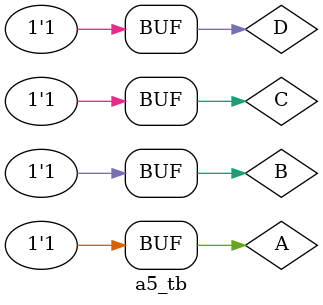
<source format=v>
module my1BLshifter (input A, input B, input C, input D, output a, output b, output c, output d);
    buf(a, B);
    buf(b, C);
    buf(c, D);
    buf(d, A);
endmodule

module my1BRshifter (input A, input B, input C, input D, output e, output f, output g, output h);
    buf(e, D);
    buf(f, A);
    buf(g, B);
    buf(h, C);
endmodule

module my2BLshifter (input A, input B, input C, input D, output i, output j, output k, output l);
    buf(i, C);
    buf(j, D);
    buf(k, A);
    buf(l, B);
endmodule

module my2BRshifter (input A, input B, input C, input D, output m, output n, output o, output p);
    buf(m, C);
    buf(n, D);
    buf(o, A);
    buf(p, B);
endmodule

module a5_tb();
    reg A,B,C,D;
    wire a, b, c, d, e, f, g, h, i, j, k, l, m, n, o, p;

    my1BLshifter BS1 (A, B, C, D, a, b, c, d);
    my1BRshifter BS2 (A, B, C, D, e, f, g, h);
    my2BLshifter BS3 (A, B, C, D, i, j, k, l);
    my2BRshifter BS4 (A, B, C, D, m, n, o, p);

    initial begin
        $dumpfile("a5_tb.vcd");
        $dumpvars(0, a5_tb);

        A=0; B=0; C=0; D=0; #10;
        A=0; B=0; C=0; D=1; #10;
        A=0; B=0; C=1; D=0; #10;
        A=0; B=0; C=1; D=1; #10;
    
        A=0; B=1; C=0; D=0; #10;
        A=0; B=1; C=0; D=1; #10;
        A=0; B=1; C=1; D=0; #10;
        A=0; B=1; C=1; D=1; #10;
    
        A=1; B=0; C=0; D=0; #10;
        A=1; B=0; C=0; D=1; #10;
        A=1; B=0; C=1; D=0; #10;
        A=1; B=0; C=1; D=1; #10;
    
        A=1; B=1; C=0; D=0; #10;
        A=1; B=1; C=0; D=1; #10;
        A=1; B=1; C=1; D=0; #10;
        A=1; B=1; C=1; D=1; #10;

    end
endmodule
</source>
